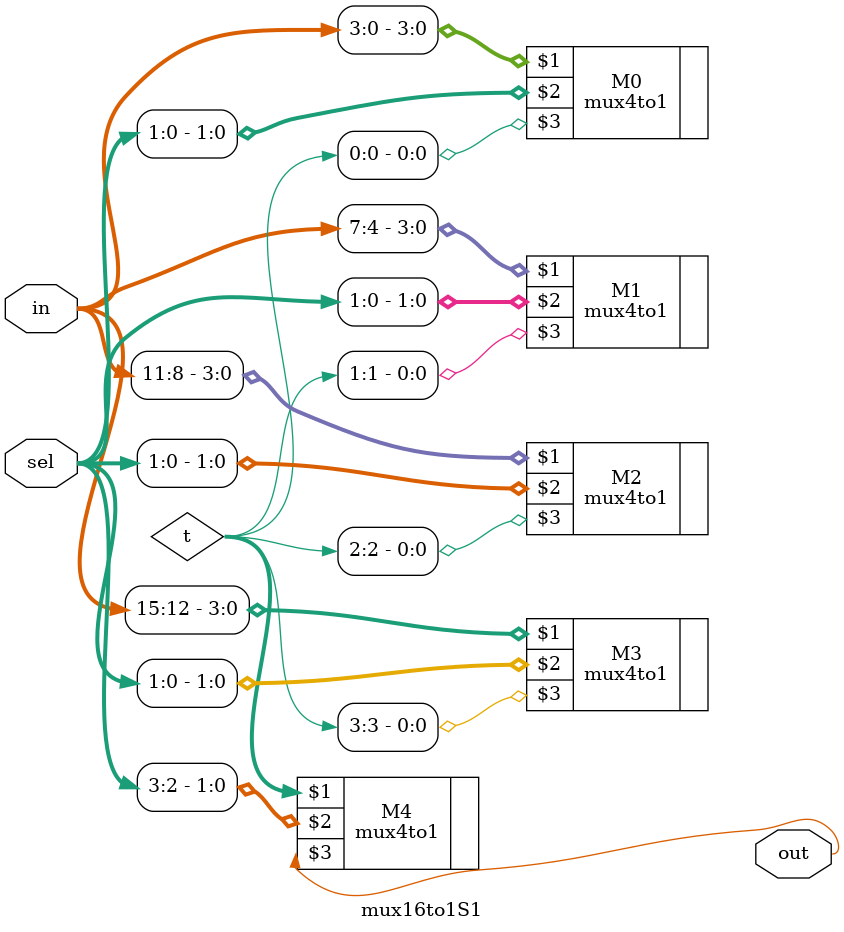
<source format=v>
module mux16to1S1 (in,sel,out);
    input [15:0]in;
    input [3:0]sel;
    output out;
    wire [3:0]t;

    mux4to1 M0(in[3:0],sel[1:0],t[0]);
    mux4to1 M1(in[7:4],sel[1:0],t[1]);
    mux4to1 M2(in[11:8],sel[1:0],t[2]);
    mux4to1 M3(in[15:12],sel[1:0],t[3]);
    mux4to1 M4(t,sel[3:2],out);
endmodule
</source>
